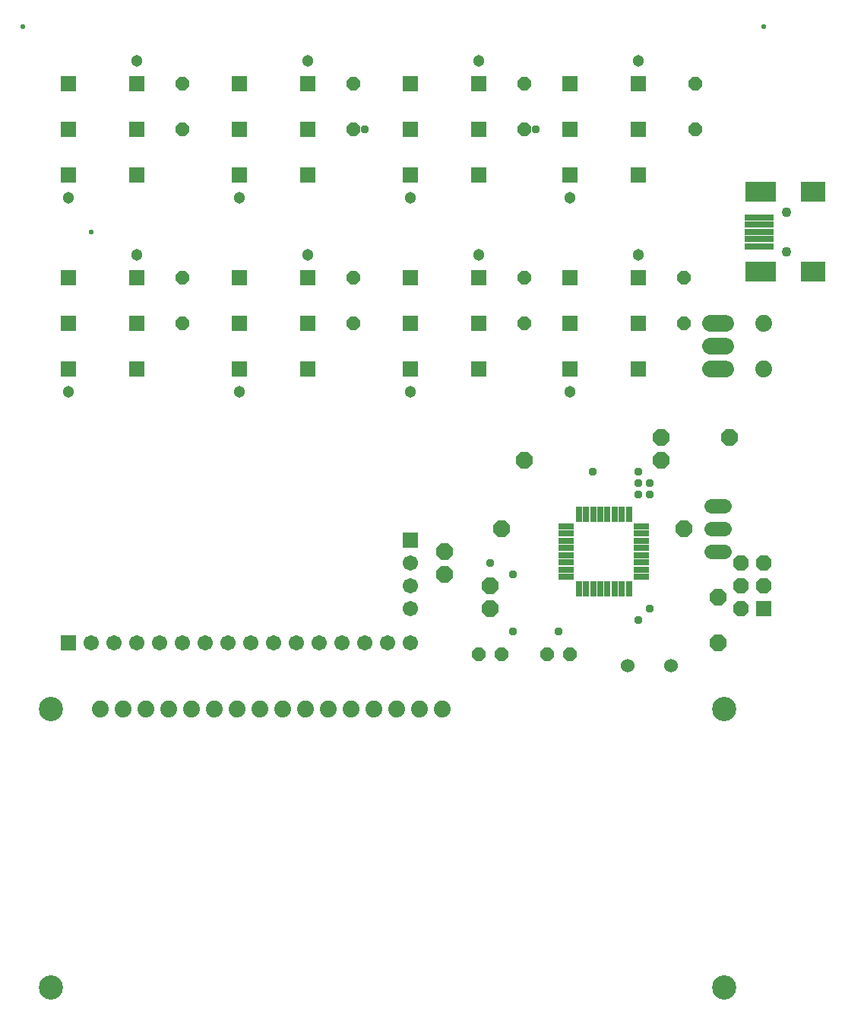
<source format=gbr>
G04 EAGLE Gerber RS-274X export*
G75*
%MOMM*%
%FSLAX34Y34*%
%LPD*%
%INSoldermask Top*%
%IPPOS*%
%AMOC8*
5,1,8,0,0,1.08239X$1,22.5*%
G01*
%ADD10C,0.553200*%
%ADD11R,1.703200X1.703200*%
%ADD12C,1.303200*%
%ADD13C,1.879600*%
%ADD14C,2.703200*%
%ADD15R,1.711200X1.711200*%
%ADD16C,1.711200*%
%ADD17R,1.803200X0.753200*%
%ADD18R,0.753200X1.803200*%
%ADD19P,1.869504X8X112.500000*%
%ADD20R,1.727200X1.727200*%
%ADD21P,1.649562X8X292.500000*%
%ADD22P,1.649562X8X112.500000*%
%ADD23R,2.703200X2.203200*%
%ADD24R,3.503200X2.203200*%
%ADD25R,3.303200X0.703200*%
%ADD26C,1.103200*%
%ADD27P,1.951982X8X112.500000*%
%ADD28P,1.951982X8X292.500000*%
%ADD29P,1.649562X8X202.500000*%
%ADD30C,1.524000*%
%ADD31P,1.951982X8X22.500000*%
%ADD32C,1.625600*%
%ADD33P,1.951982X8X202.500000*%
%ADD34C,1.853200*%
%ADD35C,0.959600*%


D10*
X25400Y1104900D03*
X850900Y1104900D03*
X101600Y876300D03*
D11*
X266700Y825500D03*
X266700Y774700D03*
X342900Y774700D03*
X342900Y825500D03*
X266700Y723900D03*
X342900Y723900D03*
D12*
X266700Y698500D03*
X342900Y850900D03*
D11*
X266700Y1041400D03*
X266700Y990600D03*
X342900Y990600D03*
X342900Y1041400D03*
X266700Y939800D03*
X342900Y939800D03*
D12*
X266700Y914400D03*
X342900Y1066800D03*
D11*
X457200Y1041400D03*
X457200Y990600D03*
X533400Y990600D03*
X533400Y1041400D03*
X457200Y939800D03*
X533400Y939800D03*
D12*
X457200Y914400D03*
X533400Y1066800D03*
D11*
X457200Y825500D03*
X457200Y774700D03*
X533400Y774700D03*
X533400Y825500D03*
X457200Y723900D03*
X533400Y723900D03*
D12*
X457200Y698500D03*
X533400Y850900D03*
D11*
X635000Y1041400D03*
X635000Y990600D03*
X711200Y990600D03*
X711200Y1041400D03*
X635000Y939800D03*
X711200Y939800D03*
D12*
X635000Y914400D03*
X711200Y1066800D03*
D11*
X635000Y825500D03*
X635000Y774700D03*
X711200Y774700D03*
X711200Y825500D03*
X635000Y723900D03*
X711200Y723900D03*
D12*
X635000Y698500D03*
X711200Y850900D03*
D11*
X76200Y1041400D03*
X76200Y990600D03*
X152400Y990600D03*
X152400Y1041400D03*
X76200Y939800D03*
X152400Y939800D03*
D12*
X76200Y914400D03*
X152400Y1066800D03*
D11*
X76200Y825500D03*
X76200Y774700D03*
X152400Y774700D03*
X152400Y825500D03*
X76200Y723900D03*
X152400Y723900D03*
D12*
X76200Y698500D03*
X152400Y850900D03*
D13*
X111800Y345500D03*
X137200Y345500D03*
X162600Y345500D03*
X188000Y345500D03*
X213400Y345500D03*
X238800Y345500D03*
X264200Y345500D03*
X289600Y345500D03*
X315000Y345500D03*
X340400Y345500D03*
X365800Y345500D03*
X391200Y345500D03*
X416600Y345500D03*
X442000Y345500D03*
X467400Y345500D03*
X492800Y345500D03*
D14*
X56800Y35500D03*
X806800Y35500D03*
X56800Y345500D03*
X806800Y345500D03*
D15*
X76200Y419100D03*
D16*
X101600Y419100D03*
X127000Y419100D03*
X152400Y419100D03*
X177800Y419100D03*
X203200Y419100D03*
X228600Y419100D03*
X254000Y419100D03*
X279400Y419100D03*
X304800Y419100D03*
X330200Y419100D03*
X355600Y419100D03*
X381000Y419100D03*
X406400Y419100D03*
X431800Y419100D03*
X457200Y419100D03*
D15*
X457200Y533400D03*
D16*
X457200Y508000D03*
X457200Y482600D03*
X457200Y457200D03*
D17*
X631300Y548700D03*
X631300Y540700D03*
X631300Y532700D03*
X631300Y524700D03*
X631300Y516700D03*
X631300Y508700D03*
X631300Y500700D03*
X631300Y492700D03*
D18*
X645100Y478900D03*
X653100Y478900D03*
X661100Y478900D03*
X669100Y478900D03*
X677100Y478900D03*
X685100Y478900D03*
X693100Y478900D03*
X701100Y478900D03*
D17*
X714900Y492700D03*
X714900Y500700D03*
X714900Y508700D03*
X714900Y516700D03*
X714900Y524700D03*
X714900Y532700D03*
X714900Y540700D03*
X714900Y548700D03*
D18*
X701100Y562500D03*
X693100Y562500D03*
X685100Y562500D03*
X677100Y562500D03*
X669100Y562500D03*
X661100Y562500D03*
X653100Y562500D03*
X645100Y562500D03*
D19*
X825500Y457200D03*
X825500Y482600D03*
X825500Y508000D03*
D20*
X850900Y457200D03*
D19*
X850900Y482600D03*
X850900Y508000D03*
D21*
X393700Y825500D03*
X393700Y774700D03*
D22*
X203200Y990600D03*
X203200Y1041400D03*
D21*
X584200Y825500D03*
X584200Y774700D03*
X584200Y1041400D03*
X584200Y990600D03*
X203200Y825500D03*
X203200Y774700D03*
X774700Y1041400D03*
X774700Y990600D03*
D22*
X393700Y990600D03*
X393700Y1041400D03*
D21*
X762000Y825500D03*
X762000Y774700D03*
D23*
X906300Y920800D03*
X906300Y831800D03*
D24*
X847300Y920800D03*
X847300Y831800D03*
D25*
X846300Y860300D03*
X846300Y868300D03*
X846300Y876300D03*
X846300Y884300D03*
X846300Y892300D03*
D26*
X876300Y854300D03*
X876300Y898300D03*
D27*
X546100Y457200D03*
X546100Y482600D03*
D28*
X495300Y520700D03*
X495300Y495300D03*
D29*
X635000Y406400D03*
X609600Y406400D03*
X558800Y406400D03*
X533400Y406400D03*
D30*
X748030Y393700D03*
X699770Y393700D03*
D31*
X584200Y622300D03*
X736600Y622300D03*
D32*
X792988Y571500D02*
X807212Y571500D01*
X807212Y546100D02*
X792988Y546100D01*
X792988Y520700D02*
X807212Y520700D01*
D33*
X812800Y647700D03*
X736600Y647700D03*
X762000Y546100D03*
X558800Y546100D03*
D34*
X791850Y774700D02*
X808350Y774700D01*
X808350Y749300D02*
X791850Y749300D01*
X791850Y723900D02*
X808350Y723900D01*
D13*
X850900Y774700D03*
X850900Y723900D03*
D28*
X800100Y469900D03*
X800100Y419100D03*
D35*
X406400Y990600D03*
X596900Y990600D03*
X660400Y609600D03*
X711200Y609600D03*
X711200Y596900D03*
X711200Y584200D03*
X723900Y596900D03*
X723900Y584200D03*
X571500Y495300D03*
X546100Y508000D03*
X571500Y431800D03*
X622300Y431800D03*
X711200Y444500D03*
X723900Y457200D03*
M02*

</source>
